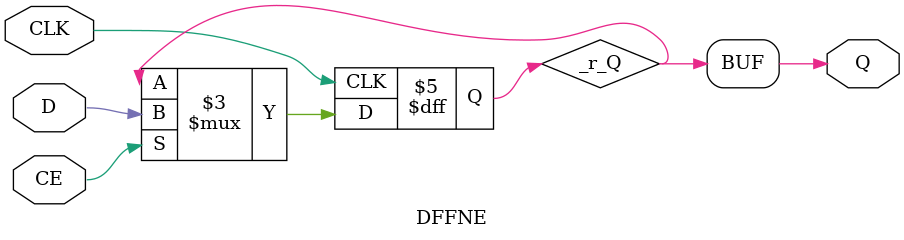
<source format=v>
`ifdef verilator3
`else
`timescale 1 ps / 1 ps
`endif

module DFFNE
#(
    parameter INIT = 1'b0
)
(
    input  CLK,
    input  CE,
    input  D,
    output Q
);

    reg _r_Q;

    initial begin
        _r_Q = INIT;
    end

    always @(negedge CLK) begin
    
        if (CE) begin
            _r_Q <= D;
        end
    end

    assign Q = _r_Q;

endmodule

</source>
